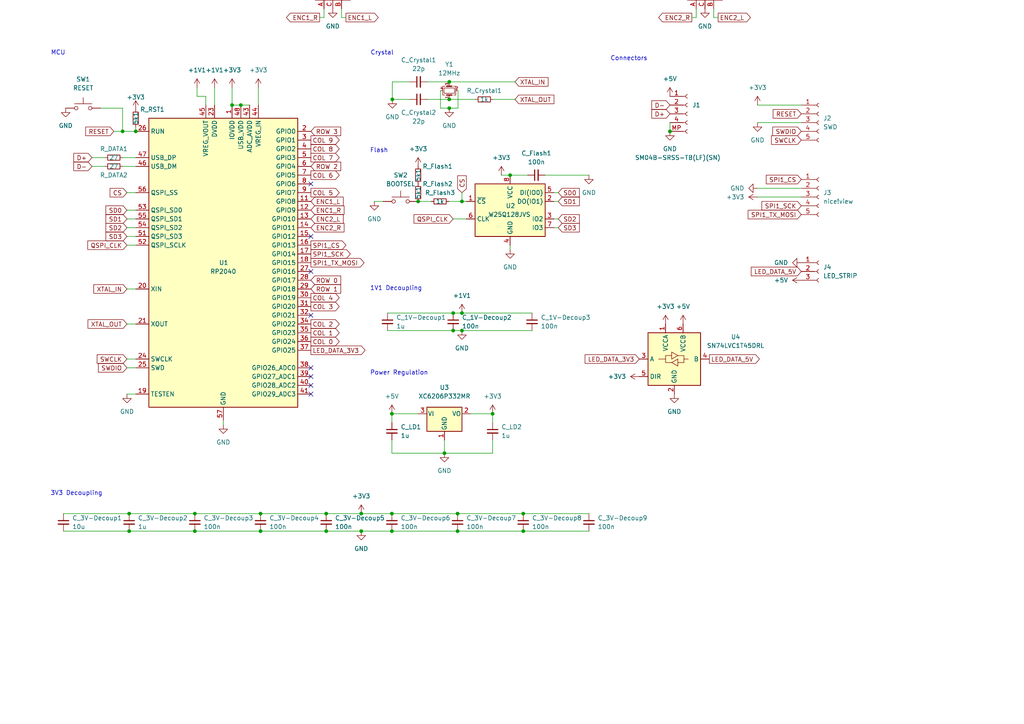
<source format=kicad_sch>
(kicad_sch (version 20250114) (generator "eeschema") (generator_version "9.0")
  (paper "A4")
  (text "Power Regulation\n" (at 107.315 108.966 0) (effects (font (size 1.27 1.27)) (justify left bottom)))
  (text "Flash" (at 107.315 44.45 0) (effects (font (size 1.27 1.27)) (justify left bottom)))
  (text "MCU" (at 14.732 16.129 0) (effects (font (size 1.27 1.27)) (justify left bottom)))
  (text "3V3 Decoupling" (at 14.605 143.891 0) (effects (font (size 1.27 1.27)) (justify left bottom)))
  (text "Connectors\n" (at 177.038 17.78 0) (effects (font (size 1.27 1.27)) (justify left bottom)))
  (text "1V1 Decoupling\n" (at 107.315 84.455 0) (effects (font (size 1.27 1.27)) (justify left bottom)))
  (text "Crystal\n" (at 107.442 16.129 0) (effects (font (size 1.27 1.27)) (justify left bottom)))
  (junction (at 132.715 148.971))
  (junction (at 113.665 148.971))
  (junction (at 67.31 30.48))
  (junction (at 118.11 -74.93))
  (junction (at 75.565 154.051))
  (junction (at 75.565 148.971))
  (junction (at 101.6 -67.31))
  (junction (at 166.37 -49.53))
  (junction (at 226.06 -39.37))
  (junction (at 37.465 148.971))
  (junction (at 133.985 58.42))
  (junction (at 101.6 -49.53))
  (junction (at 132.715 154.051))
  (junction (at 74.93 -57.15))
  (junction (at 161.29 -57.15))
  (junction (at 226.06 -74.93))
  (junction (at 252.73 -67.31))
  (junction (at 96.52 -74.93))
  (junction (at 182.88 -57.15))
  (junction (at 94.615 148.971))
  (junction (at 130.302 28.829))
  (junction (at 194.31 38.1))
  (junction (at 147.955 50.8))
  (junction (at 226.06 -21.59))
  (junction (at 209.55 -67.31))
  (junction (at 182.88 -39.37))
  (junction (at 151.765 154.051))
  (junction (at 204.47 -39.37))
  (junction (at 139.7 -39.37))
  (junction (at 209.55 -49.53))
  (junction (at 139.7 -74.93))
  (junction (at 166.37 -85.09))
  (junction (at 58.42 -49.53))
  (junction (at 104.775 154.051))
  (junction (at 209.55 -85.09))
  (junction (at 133.985 90.805))
  (junction (at 58.42 -85.09))
  (junction (at 69.85 30.48))
  (junction (at 142.875 120.015))
  (junction (at 113.665 120.015))
  (junction (at 101.6 -85.09))
  (junction (at 182.88 -74.93))
  (junction (at 56.515 148.971))
  (junction (at 74.93 -74.93))
  (junction (at 118.11 -57.15))
  (junction (at 204.47 -26.67))
  (junction (at 74.93 -21.59))
  (junction (at 104.775 148.971))
  (junction (at 123.19 -85.09))
  (junction (at 139.7 -57.15))
  (junction (at 35.56 38.1))
  (junction (at 118.11 -39.37))
  (junction (at 161.29 -39.37))
  (junction (at 130.302 31.369))
  (junction (at 252.73 -85.09))
  (junction (at 166.37 -67.31))
  (junction (at 139.7 -21.59))
  (junction (at 161.29 -74.93))
  (junction (at 96.52 -57.15))
  (junction (at 39.37 38.1))
  (junction (at 101.6 -31.75))
  (junction (at 131.445 95.885))
  (junction (at 96.52 -39.37))
  (junction (at 113.792 28.829))
  (junction (at 204.47 -21.59))
  (junction (at 187.96 -85.09))
  (junction (at 209.55 -31.75))
  (junction (at 204.47 -57.15))
  (junction (at 187.96 -67.31))
  (junction (at 231.14 -85.09))
  (junction (at 130.302 23.749))
  (junction (at 128.905 131.445))
  (junction (at 151.765 148.971))
  (junction (at 58.42 -67.31))
  (junction (at 144.78 -67.31))
  (junction (at 123.19 -67.31))
  (junction (at 231.14 -67.31))
  (junction (at 252.73 -49.53))
  (junction (at 53.34 -39.37))
  (junction (at 94.615 154.051))
  (junction (at 37.465 154.051))
  (junction (at 161.29 -21.59))
  (junction (at 204.47 -74.93))
  (junction (at 144.78 -85.09))
  (junction (at 133.985 95.885))
  (junction (at 113.665 154.051))
  (junction (at 121.285 58.42))
  (junction (at 96.52 -26.67))
  (junction (at 53.34 -21.59))
  (junction (at 80.01 -85.09))
  (junction (at 56.515 154.051))
  (junction (at 53.34 -74.93))
  (junction (at 231.14 -49.53))
  (junction (at 53.34 -57.15))
  (junction (at 226.06 -57.15))
  (junction (at 144.78 -49.53))
  (junction (at 131.445 90.805))
  (junction (at 96.52 -21.59))
  (junction (at 80.01 -67.31))
  (no_connect (at 90.17 91.44))
  (no_connect (at 90.17 68.58))
  (no_connect (at 90.17 106.68))
  (no_connect (at 90.17 109.22))
  (no_connect (at 90.17 78.74))
  (no_connect (at 90.17 53.34))
  (no_connect (at 90.17 111.76))
  (no_connect (at 90.17 114.3))
  (wire (pts (xy 132.842 31.369) (xy 130.302 31.369)))
  (wire (pts (xy 37.465 148.971) (xy 56.515 148.971)))
  (wire (pts (xy 252.73 -85.09) (xy 252.73 -67.31)))
  (wire (pts (xy 45.72 -57.15) (xy 53.34 -57.15)))
  (wire (pts (xy 53.34 -21.59) (xy 74.93 -21.59)))
  (wire (pts (xy 57.15 25.4) (xy 57.15 27.94)))
  (wire (pts (xy 182.88 -74.93) (xy 204.47 -74.93)))
  (wire (pts (xy 67.31 25.4) (xy 67.31 30.48)))
  (wire (pts (xy 80.01 -85.09) (xy 80.01 -67.31)))
  (wire (pts (xy 136.525 120.015) (xy 142.875 120.015)))
  (wire (pts (xy 18.415 148.971) (xy 37.465 148.971)))
  (wire (pts (xy 204.47 -57.15) (xy 226.06 -57.15)))
  (wire (pts (xy 127.762 31.369) (xy 130.302 31.369)))
  (wire (pts (xy 231.14 -49.53) (xy 231.14 -31.75)))
  (wire (pts (xy 118.11 -39.37) (xy 139.7 -39.37)))
  (wire (pts (xy 113.665 154.051) (xy 132.715 154.051)))
  (wire (pts (xy 219.71 57.15) (xy 232.41 57.15)))
  (wire (pts (xy 62.23 25.4) (xy 62.23 30.48)))
  (wire (pts (xy 26.67 48.26) (xy 30.48 48.26)))
  (wire (pts (xy 104.775 148.971) (xy 113.665 148.971)))
  (wire (pts (xy 113.792 23.749) (xy 113.792 28.829)))
  (wire (pts (xy 182.88 -57.15) (xy 204.47 -57.15)))
  (wire (pts (xy 161.29 -74.93) (xy 182.88 -74.93)))
  (wire (pts (xy 208.28 5.08) (xy 207.01 5.08)))
  (wire (pts (xy 130.302 28.829) (xy 137.922 28.829)))
  (wire (pts (xy 100.33 5.08) (xy 99.06 5.08)))
  (wire (pts (xy 187.96 -67.31) (xy 187.96 -49.53)))
  (wire (pts (xy 204.47 -74.93) (xy 226.06 -74.93)))
  (wire (pts (xy 144.78 -49.53) (xy 144.78 -31.75)))
  (wire (pts (xy 35.56 31.369) (xy 35.56 38.1)))
  (wire (pts (xy 74.93 -74.93) (xy 96.52 -74.93)))
  (wire (pts (xy 139.7 -57.15) (xy 161.29 -57.15)))
  (wire (pts (xy 147.955 50.8) (xy 153.035 50.8)))
  (wire (pts (xy 131.445 90.805) (xy 133.985 90.805)))
  (wire (pts (xy 18.415 154.051) (xy 37.465 154.051)))
  (wire (pts (xy 113.792 23.749) (xy 118.872 23.749)))
  (wire (pts (xy 123.19 -67.31) (xy 123.19 -49.53)))
  (wire (pts (xy 131.445 63.5) (xy 135.255 63.5)))
  (wire (pts (xy 147.955 71.12) (xy 147.955 72.39)))
  (wire (pts (xy 74.93 -57.15) (xy 96.52 -57.15)))
  (wire (pts (xy 36.83 71.12) (xy 39.37 71.12)))
  (wire (pts (xy 132.715 148.971) (xy 151.765 148.971)))
  (wire (pts (xy 133.985 90.805) (xy 154.305 90.805)))
  (wire (pts (xy 139.7 -21.59) (xy 161.29 -21.59)))
  (wire (pts (xy 231.14 -67.31) (xy 231.14 -49.53)))
  (wire (pts (xy 37.465 154.051) (xy 56.515 154.051)))
  (wire (pts (xy 94.615 148.971) (xy 104.775 148.971)))
  (wire (pts (xy 123.19 -85.09) (xy 123.19 -67.31)))
  (wire (pts (xy 75.565 148.971) (xy 94.615 148.971)))
  (wire (pts (xy 36.83 106.68) (xy 39.37 106.68)))
  (wire (pts (xy 113.665 120.015) (xy 121.285 120.015)))
  (wire (pts (xy 252.73 -67.31) (xy 252.73 -49.53)))
  (wire (pts (xy 45.72 -39.37) (xy 53.34 -39.37)))
  (wire (pts (xy 226.06 -21.59) (xy 247.65 -21.59)))
  (wire (pts (xy 204.47 -21.59) (xy 226.06 -21.59)))
  (wire (pts (xy 201.93 5.08) (xy 201.93 2.54)))
  (wire (pts (xy 36.83 55.88) (xy 39.37 55.88)))
  (wire (pts (xy 101.6 -67.31) (xy 101.6 -49.53)))
  (wire (pts (xy 80.01 -67.31) (xy 80.01 -31.75)))
  (wire (pts (xy 91.44 -12.7) (xy 91.44 -26.67)))
  (wire (pts (xy 226.06 -74.93) (xy 247.65 -74.93)))
  (wire (pts (xy 151.765 148.971) (xy 170.815 148.971)))
  (wire (pts (xy 36.83 83.82) (xy 39.37 83.82)))
  (wire (pts (xy 118.11 -74.93) (xy 139.7 -74.93)))
  (wire (pts (xy 200.66 5.08) (xy 201.93 5.08)))
  (wire (pts (xy 133.985 55.88) (xy 133.985 58.42)))
  (wire (pts (xy 45.72 -21.59) (xy 53.34 -21.59)))
  (wire (pts (xy 128.905 127.635) (xy 128.905 131.445)))
  (wire (pts (xy 123.952 23.749) (xy 130.302 23.749)))
  (wire (pts (xy 118.11 -57.15) (xy 139.7 -57.15)))
  (wire (pts (xy 104.775 154.051) (xy 113.665 154.051)))
  (wire (pts (xy 207.01 5.08) (xy 207.01 2.54)))
  (wire (pts (xy 35.56 48.26) (xy 39.37 48.26)))
  (wire (pts (xy 209.55 -91.44) (xy 209.55 -85.09)))
  (wire (pts (xy 123.19 -91.44) (xy 123.19 -85.09)))
  (wire (pts (xy 145.415 50.8) (xy 147.955 50.8)))
  (wire (pts (xy 58.42 -67.31) (xy 58.42 -49.53)))
  (wire (pts (xy 166.37 -67.31) (xy 166.37 -49.53)))
  (wire (pts (xy 142.875 122.555) (xy 142.875 120.015)))
  (wire (pts (xy 96.52 -57.15) (xy 118.11 -57.15)))
  (wire (pts (xy 58.42 -91.44) (xy 58.42 -85.09)))
  (wire (pts (xy 33.02 38.1) (xy 35.56 38.1)))
  (wire (pts (xy 199.39 -26.67) (xy 204.47 -26.67)))
  (wire (pts (xy 108.585 58.42) (xy 111.125 58.42)))
  (wire (pts (xy 182.88 -39.37) (xy 204.47 -39.37)))
  (wire (pts (xy 209.55 -85.09) (xy 209.55 -67.31)))
  (wire (pts (xy 139.7 -39.37) (xy 161.29 -39.37)))
  (wire (pts (xy 67.31 30.48) (xy 69.85 30.48)))
  (wire (pts (xy 121.285 58.42) (xy 125.095 58.42)))
  (wire (pts (xy 160.655 58.42) (xy 161.925 58.42)))
  (wire (pts (xy 75.565 154.051) (xy 94.615 154.051)))
  (wire (pts (xy 219.71 54.61) (xy 232.41 54.61)))
  (wire (pts (xy 187.96 -91.44) (xy 187.96 -85.09)))
  (wire (pts (xy 160.655 55.88) (xy 161.925 55.88)))
  (wire (pts (xy 58.42 -49.53) (xy 58.42 -31.75)))
  (wire (pts (xy 144.78 -91.44) (xy 144.78 -85.09)))
  (wire (pts (xy 94.615 154.051) (xy 104.775 154.051)))
  (wire (pts (xy 69.85 30.48) (xy 72.39 30.48)))
  (wire (pts (xy 144.78 -85.09) (xy 144.78 -67.31)))
  (wire (pts (xy 219.71 35.56) (xy 232.41 35.56)))
  (wire (pts (xy 35.56 45.72) (xy 39.37 45.72)))
  (wire (pts (xy 101.6 -12.7) (xy 99.06 -12.7)))
  (wire (pts (xy 209.55 -12.7) (xy 209.55 -31.75)))
  (wire (pts (xy 131.445 95.885) (xy 133.985 95.885)))
  (wire (pts (xy 207.01 -12.7) (xy 209.55 -12.7)))
  (wire (pts (xy 158.115 50.8) (xy 170.815 50.8)))
  (wire (pts (xy 130.302 23.749) (xy 149.352 23.749)))
  (wire (pts (xy 160.655 63.5) (xy 161.925 63.5)))
  (wire (pts (xy 209.55 -67.31) (xy 209.55 -49.53)))
  (wire (pts (xy 80.01 -91.44) (xy 80.01 -85.09)))
  (wire (pts (xy 45.72 -74.93) (xy 53.34 -74.93)))
  (wire (pts (xy 59.69 27.94) (xy 57.15 27.94)))
  (wire (pts (xy 53.34 -57.15) (xy 74.93 -57.15)))
  (wire (pts (xy 143.002 28.829) (xy 149.352 28.829)))
  (wire (pts (xy 204.47 -39.37) (xy 226.06 -39.37)))
  (wire (pts (xy 36.83 60.96) (xy 39.37 60.96)))
  (wire (pts (xy 226.06 -39.37) (xy 247.65 -39.37)))
  (wire (pts (xy 56.515 154.051) (xy 75.565 154.051)))
  (wire (pts (xy 91.44 -26.67) (xy 96.52 -26.67)))
  (wire (pts (xy 59.69 30.48) (xy 59.69 27.94)))
  (wire (pts (xy 161.29 -39.37) (xy 182.88 -39.37)))
  (wire (pts (xy 194.31 35.56) (xy 194.31 38.1)))
  (wire (pts (xy 36.83 114.3) (xy 39.37 114.3)))
  (wire (pts (xy 53.34 -74.93) (xy 74.93 -74.93)))
  (wire (pts (xy 133.985 58.42) (xy 135.255 58.42)))
  (wire (pts (xy 101.6 -12.7) (xy 101.6 -31.75)))
  (wire (pts (xy 36.83 66.04) (xy 39.37 66.04)))
  (wire (pts (xy 209.55 -49.53) (xy 209.55 -31.75)))
  (wire (pts (xy 96.52 -74.93) (xy 118.11 -74.93)))
  (wire (pts (xy 112.395 95.885) (xy 131.445 95.885)))
  (wire (pts (xy 166.37 -49.53) (xy 166.37 -31.75)))
  (wire (pts (xy 226.06 -57.15) (xy 247.65 -57.15)))
  (wire (pts (xy 252.73 -91.44) (xy 252.73 -85.09)))
  (wire (pts (xy 36.83 104.14) (xy 39.37 104.14)))
  (wire (pts (xy 142.875 127.635) (xy 142.875 131.445)))
  (wire (pts (xy 113.792 28.829) (xy 118.872 28.829)))
  (wire (pts (xy 127.762 26.289) (xy 127.762 31.369)))
  (wire (pts (xy 199.39 -12.7) (xy 201.93 -12.7)))
  (wire (pts (xy 112.395 90.805) (xy 131.445 90.805)))
  (wire (pts (xy 101.6 -49.53) (xy 101.6 -31.75)))
  (wire (pts (xy 36.83 68.58) (xy 39.37 68.58)))
  (wire (pts (xy 56.515 148.971) (xy 75.565 148.971)))
  (wire (pts (xy 93.98 5.08) (xy 93.98 2.54)))
  (wire (pts (xy 26.67 45.72) (xy 30.48 45.72)))
  (wire (pts (xy 101.6 -85.09) (xy 101.6 -67.31)))
  (wire (pts (xy 92.71 5.08) (xy 93.98 5.08)))
  (wire (pts (xy 113.665 127.635) (xy 113.665 131.445)))
  (wire (pts (xy 139.7 -74.93) (xy 161.29 -74.93)))
  (wire (pts (xy 91.44 -12.7) (xy 93.98 -12.7)))
  (wire (pts (xy 231.14 -91.44) (xy 231.14 -85.09)))
  (wire (pts (xy 35.56 38.1) (xy 39.37 38.1)))
  (wire (pts (xy 132.842 26.289) (xy 132.842 31.369)))
  (wire (pts (xy 187.96 -85.09) (xy 187.96 -67.31)))
  (wire (pts (xy 96.52 -39.37) (xy 118.11 -39.37)))
  (wire (pts (xy 128.905 131.445) (xy 142.875 131.445)))
  (wire (pts (xy 219.71 30.48) (xy 232.41 30.48)))
  (wire (pts (xy 58.42 -85.09) (xy 58.42 -67.31)))
  (wire (pts (xy 101.6 -91.44) (xy 101.6 -85.09)))
  (wire (pts (xy 74.93 -21.59) (xy 96.52 -21.59)))
  (wire (pts (xy 53.34 -39.37) (xy 96.52 -39.37)))
  (wire (pts (xy 133.985 95.885) (xy 154.305 95.885)))
  (wire (pts (xy 113.665 148.971) (xy 132.715 148.971)))
  (wire (pts (xy 166.37 -91.44) (xy 166.37 -85.09)))
  (wire (pts (xy 130.175 58.42) (xy 133.985 58.42)))
  (wire (pts (xy 113.665 120.015) (xy 113.665 122.555)))
  (wire (pts (xy 36.83 93.98) (xy 39.37 93.98)))
  (wire (pts (xy 252.73 -49.53) (xy 252.73 -31.75)))
  (wire (pts (xy 151.765 154.051) (xy 170.815 154.051)))
  (wire (pts (xy 96.52 -21.59) (xy 139.7 -21.59)))
  (wire (pts (xy 231.14 -85.09) (xy 231.14 -67.31)))
  (wire (pts (xy 74.93 25.4) (xy 74.93 30.48)))
  (wire (pts (xy 144.78 -67.31) (xy 144.78 -49.53)))
  (wire (pts (xy 29.21 31.369) (xy 35.56 31.369)))
  (wire (pts (xy 99.06 5.08) (xy 99.06 2.54)))
  (wire (pts (xy 161.29 -57.15) (xy 182.88 -57.15)))
  (wire (pts (xy 36.83 63.5) (xy 39.37 63.5)))
  (wire (pts (xy 199.39 -12.7) (xy 199.39 -26.67)))
  (wire (pts (xy 160.655 66.04) (xy 161.925 66.04)))
  (wire (pts (xy 113.665 131.445) (xy 128.905 131.445)))
  (wire (pts (xy 161.29 -21.59) (xy 204.47 -21.59)))
  (wire (pts (xy 166.37 -85.09) (xy 166.37 -67.31)))
  (wire (pts (xy 64.77 121.92) (xy 64.77 123.19)))
  (wire (pts (xy 123.952 28.829) (xy 130.302 28.829)))
  (wire (pts (xy 39.37 36.83) (xy 39.37 38.1)))
  (wire (pts (xy 132.715 154.051) (xy 151.765 154.051)))
  (global_label "SWDIO" (shape input) (at 36.83 106.68 180) (property "Intersheetrefs" "${INTERSHEET_REFS}" (effects (hide yes))))
  (global_label "COL 2" (shape input) (at 101.6 -91.44 90) (property "Intersheetrefs" "${INTERSHEET_REFS}" (effects (hide yes))))
  (global_label "XTAL_IN" (shape input) (at 36.83 83.82 180) (property "Intersheetrefs" "${INTERSHEET_REFS}" (effects (hide yes))))
  (global_label "COL 0" (shape input) (at 58.42 -91.44 90) (property "Intersheetrefs" "${INTERSHEET_REFS}" (effects (hide yes))))
  (global_label "ENC2_R" (shape output) (at 200.66 5.08 180) (property "Intersheetrefs" "${INTERSHEET_REFS}" (effects (hide yes))))
  (global_label "QSPI_CLK" (shape input) (at 36.83 71.12 180) (property "Intersheetrefs" "${INTERSHEET_REFS}" (effects (hide yes))))
  (global_label "ENC1_L" (shape input) (at 90.17 58.42 0) (property "Intersheetrefs" "${INTERSHEET_REFS}" (effects (hide yes))))
  (global_label "ROW 2" (shape input) (at 90.17 48.26 0) (property "Intersheetrefs" "${INTERSHEET_REFS}" (effects (hide yes))))
  (global_label "SWDIO" (shape input) (at 232.41 38.1 180) (property "Intersheetrefs" "${INTERSHEET_REFS}" (effects (hide yes))))
  (global_label "LED_DATA_3V3" (shape output) (at 90.17 101.6 0) (property "Intersheetrefs" "${INTERSHEET_REFS}" (effects (hide yes))))
  (global_label "COL 6" (shape output) (at 90.17 50.8 0) (property "Intersheetrefs" "${INTERSHEET_REFS}" (effects (hide yes))))
  (global_label "SWCLK" (shape input) (at 232.41 40.64 180) (property "Intersheetrefs" "${INTERSHEET_REFS}" (effects (hide yes))))
  (global_label "D-" (shape input) (at 194.31 30.48 180) (property "Intersheetrefs" "${INTERSHEET_REFS}" (effects (hide yes))))
  (global_label "LED_DATA_3V3" (shape input) (at 185.42 104.14 180) (property "Intersheetrefs" "${INTERSHEET_REFS}" (effects (hide yes))))
  (global_label "COL 3" (shape input) (at 123.19 -91.44 90) (property "Intersheetrefs" "${INTERSHEET_REFS}" (effects (hide yes))))
  (global_label "COL 4" (shape output) (at 90.17 86.36 0) (property "Intersheetrefs" "${INTERSHEET_REFS}" (effects (hide yes))))
  (global_label "ENC2_L" (shape input) (at 90.17 63.5 0) (property "Intersheetrefs" "${INTERSHEET_REFS}" (effects (hide yes))))
  (global_label "SD1" (shape input) (at 161.925 58.42 0) (property "Intersheetrefs" "${INTERSHEET_REFS}" (effects (hide yes))))
  (global_label "D+" (shape input) (at 26.67 45.72 180) (property "Intersheetrefs" "${INTERSHEET_REFS}" (effects (hide yes))))
  (global_label "SD0" (shape input) (at 161.925 55.88 0) (property "Intersheetrefs" "${INTERSHEET_REFS}" (effects (hide yes))))
  (global_label "COL 3" (shape output) (at 90.17 88.9 0) (property "Intersheetrefs" "${INTERSHEET_REFS}" (effects (hide yes))))
  (global_label "SD3" (shape input) (at 161.925 66.04 0) (property "Intersheetrefs" "${INTERSHEET_REFS}" (effects (hide yes))))
  (global_label "SPI1_TX_MOSI" (shape input) (at 232.41 62.23 180) (property "Intersheetrefs" "${INTERSHEET_REFS}" (effects (hide yes))))
  (global_label "COL 4" (shape input) (at 144.78 -91.44 90) (property "Intersheetrefs" "${INTERSHEET_REFS}" (effects (hide yes))))
  (global_label "SWCLK" (shape input) (at 36.83 104.14 180) (property "Intersheetrefs" "${INTERSHEET_REFS}" (effects (hide yes))))
  (global_label "RESET" (shape input) (at 33.02 38.1 180) (property "Intersheetrefs" "${INTERSHEET_REFS}" (effects (hide yes))))
  (global_label "SD3" (shape input) (at 36.83 68.58 180) (property "Intersheetrefs" "${INTERSHEET_REFS}" (effects (hide yes))))
  (global_label "COL 1" (shape input) (at 80.01 -91.44 90) (property "Intersheetrefs" "${INTERSHEET_REFS}" (effects (hide yes))))
  (global_label "ENC2_L" (shape output) (at 208.28 5.08 0) (property "Intersheetrefs" "${INTERSHEET_REFS}" (effects (hide yes))))
  (global_label "COL 6" (shape input) (at 187.96 -91.44 90) (property "Intersheetrefs" "${INTERSHEET_REFS}" (effects (hide yes))))
  (global_label "LED_DATA_5V" (shape output) (at 205.74 104.14 0) (property "Intersheetrefs" "${INTERSHEET_REFS}" (effects (hide yes))))
  (global_label "ROW 0" (shape output) (at 45.72 -74.93 180) (property "Intersheetrefs" "${INTERSHEET_REFS}" (effects (hide yes))))
  (global_label "XTAL_OUT" (shape input) (at 36.83 93.98 180) (property "Intersheetrefs" "${INTERSHEET_REFS}" (effects (hide yes))))
  (global_label "SD1" (shape input) (at 36.83 63.5 180) (property "Intersheetrefs" "${INTERSHEET_REFS}" (effects (hide yes))))
  (global_label "ROW 2" (shape output) (at 45.72 -39.37 180) (property "Intersheetrefs" "${INTERSHEET_REFS}" (effects (hide yes))))
  (global_label "ROW 1" (shape input) (at 90.17 83.82 0) (property "Intersheetrefs" "${INTERSHEET_REFS}" (effects (hide yes))))
  (global_label "SD0" (shape input) (at 36.83 60.96 180) (property "Intersheetrefs" "${INTERSHEET_REFS}" (effects (hide yes))))
  (global_label "COL 5" (shape input) (at 166.37 -91.44 90) (property "Intersheetrefs" "${INTERSHEET_REFS}" (effects (hide yes))))
  (global_label "ENC1_R" (shape output) (at 92.71 5.08 180) (property "Intersheetrefs" "${INTERSHEET_REFS}" (effects (hide yes))))
  (global_label "COL 8" (shape input) (at 231.14 -91.44 90) (property "Intersheetrefs" "${INTERSHEET_REFS}" (effects (hide yes))))
  (global_label "D+" (shape input) (at 194.31 33.02 180) (property "Intersheetrefs" "${INTERSHEET_REFS}" (effects (hide yes))))
  (global_label "COL 9" (shape output) (at 90.17 40.64 0) (property "Intersheetrefs" "${INTERSHEET_REFS}" (effects (hide yes))))
  (global_label "ROW 0" (shape input) (at 90.17 81.28 0) (property "Intersheetrefs" "${INTERSHEET_REFS}" (effects (hide yes))))
  (global_label "COL 7" (shape input) (at 209.55 -91.44 90) (property "Intersheetrefs" "${INTERSHEET_REFS}" (effects (hide yes))))
  (global_label "SPI1_CS" (shape output) (at 90.17 71.12 0) (property "Intersheetrefs" "${INTERSHEET_REFS}" (effects (hide yes))))
  (global_label "ROW 3" (shape input) (at 90.17 38.1 0) (property "Intersheetrefs" "${INTERSHEET_REFS}" (effects (hide yes))))
  (global_label "LED_DATA_5V" (shape input) (at 232.41 78.74 180) (property "Intersheetrefs" "${INTERSHEET_REFS}" (effects (hide yes))))
  (global_label "COL 8" (shape output) (at 90.17 43.18 0) (property "Intersheetrefs" "${INTERSHEET_REFS}" (effects (hide yes))))
  (global_label "SPI1_SCK" (shape output) (at 90.17 73.66 0) (property "Intersheetrefs" "${INTERSHEET_REFS}" (effects (hide yes))))
  (global_label "SPI1_SCK" (shape input) (at 232.41 59.69 180) (property "Intersheetrefs" "${INTERSHEET_REFS}" (effects (hide yes))))
  (global_label "COL 1" (shape output) (at 90.17 96.52 0) (property "Intersheetrefs" "${INTERSHEET_REFS}" (effects (hide yes))))
  (global_label "COL 2" (shape output) (at 90.17 93.98 0) (property "Intersheetrefs" "${INTERSHEET_REFS}" (effects (hide yes))))
  (global_label "XTAL_IN" (shape input) (at 149.352 23.749 0) (property "Intersheetrefs" "${INTERSHEET_REFS}" (effects (hide yes))))
  (global_label "COL 0" (shape output) (at 90.17 99.06 0) (property "Intersheetrefs" "${INTERSHEET_REFS}" (effects (hide yes))))
  (global_label "SD2" (shape input) (at 161.925 63.5 0) (property "Intersheetrefs" "${INTERSHEET_REFS}" (effects (hide yes))))
  (global_label "ENC2_R" (shape input) (at 90.17 66.04 0) (property "Intersheetrefs" "${INTERSHEET_REFS}" (effects (hide yes))))
  (global_label "ROW 3" (shape output) (at 45.72 -21.59 180) (property "Intersheetrefs" "${INTERSHEET_REFS}" (effects (hide yes))))
  (global_label "ENC1_R" (shape input) (at 90.17 60.96 0) (property "Intersheetrefs" "${INTERSHEET_REFS}" (effects (hide yes))))
  (global_label "SPI1_CS" (shape input) (at 232.41 52.07 180) (property "Intersheetrefs" "${INTERSHEET_REFS}" (effects (hide yes))))
  (global_label "RESET" (shape input) (at 232.41 33.02 180) (property "Intersheetrefs" "${INTERSHEET_REFS}" (effects (hide yes))))
  (global_label "QSPI_CLK" (shape input) (at 131.445 63.5 180) (property "Intersheetrefs" "${INTERSHEET_REFS}" (effects (hide yes))))
  (global_label "D-" (shape input) (at 26.67 48.26 180) (property "Intersheetrefs" "${INTERSHEET_REFS}" (effects (hide yes))))
  (global_label "SD2" (shape input) (at 36.83 66.04 180) (property "Intersheetrefs" "${INTERSHEET_REFS}" (effects (hide yes))))
  (global_label "SPI1_TX_MOSI" (shape output) (at 90.17 76.2 0) (property "Intersheetrefs" "${INTERSHEET_REFS}" (effects (hide yes))))
  (global_label "CS" (shape input) (at 36.83 55.88 180) (property "Intersheetrefs" "${INTERSHEET_REFS}" (effects (hide yes))))
  (global_label "COL 7" (shape output) (at 90.17 45.72 0) (property "Intersheetrefs" "${INTERSHEET_REFS}" (effects (hide yes))))
  (global_label "XTAL_OUT" (shape input) (at 149.352 28.829 0) (property "Intersheetrefs" "${INTERSHEET_REFS}" (effects (hide yes))))
  (global_label "CS" (shape input) (at 133.985 55.88 90) (property "Intersheetrefs" "${INTERSHEET_REFS}" (effects (hide yes))))
  (global_label "COL 5" (shape output) (at 90.17 55.88 0) (property "Intersheetrefs" "${INTERSHEET_REFS}" (effects (hide yes))))
  (global_label "COL 9" (shape input) (at 252.73 -91.44 90) (property "Intersheetrefs" "${INTERSHEET_REFS}" (effects (hide yes))))
  (global_label "ROW 1" (shape output) (at 45.72 -57.15 180) (property "Intersheetrefs" "${INTERSHEET_REFS}" (effects (hide yes))))
  (global_label "ENC1_L" (shape output) (at 100.33 5.08 0) (property "Intersheetrefs" "${INTERSHEET_REFS}" (effects (hide yes))))
  (symbol (lib_id "MX_Alps_Hybrid:MX-NoLED") (at 162.56 -48.26 0) (unit 1)
    (property "Reference" "MX24" (at 163.3982 -53.9242 0) (effects (font (size 1.524 1.524))))
    (property "Value" "MX-NoLED" (at 163.3982 -52.0446 0) (effects (font (size 0.508 0.508))))
    (property "Footprint" "PCM_marbastlib-mx:SW_MX_HS_CPG151101S11_1u" (effects (hide yes)))
  )
  (symbol (lib_id "Device:C_Small") (at 112.395 93.345 0) (unit 1)
    (property "Reference" "C_1V-Decoup1" (at 114.935 92.0812 0) (effects (justify left)))
    (property "Value" "1u" (at 114.935 94.6212 0) (effects (justify left)))
    (property "Footprint" "Capacitor_SMD:C_0402_1005Metric" (effects (hide yes)))
  )
  (symbol (lib_id "Device:D_Small") (at 53.34 -77.47 90) (unit 1)
    (property "Reference" "D1" (at 55.88 -78.74 90) (effects (justify right)))
    (property "Value" "1N4148W" (at 55.88 -76.2 90) (effects (justify right)))
    (property "Footprint" "Diode_SMD:D_SOD-123" (effects (hide yes)))
  )
  (symbol (lib_id "power:GND") (at 108.585 58.42 0) (unit 1)
    (property "Reference" "#PWR09" (effects (hide yes)))
    (property "Value" "GND" (at 108.585 63.5 0))
  )
  (symbol (lib_id "Device:D_Small") (at 139.7 -59.69 90) (unit 1)
    (property "Reference" "D15" (at 142.24 -60.96 90) (effects (justify right)))
    (property "Value" "1N4148W" (at 142.24 -58.42 90) (effects (justify right)))
    (property "Footprint" "Diode_SMD:D_SOD-123" (effects (hide yes)))
  )
  (symbol (lib_id "Device:D_Small") (at 226.06 -24.13 90) (unit 1)
    (property "Reference" "D35" (at 228.6 -25.4 90) (effects (justify right)))
    (property "Value" "1N4148W" (at 228.6 -22.86 90) (effects (justify right)))
    (property "Footprint" "Diode_SMD:D_SOD-123" (effects (hide yes)))
  )
  (symbol (lib_id "Device:C_Small") (at 121.412 23.749 90) (unit 1)
    (property "Reference" "C_Crystal1" (at 121.4183 17.399 90))
    (property "Value" "22p" (at 121.4183 19.939 90))
    (property "Footprint" "Capacitor_SMD:C_0402_1005Metric" (effects (hide yes)))
  )
  (symbol (lib_id "MX_Alps_Hybrid:MX-NoLED") (at 227.33 -83.82 0) (unit 1)
    (property "Reference" "MX9" (at 228.1682 -89.4842 0) (effects (font (size 1.524 1.524))))
    (property "Value" "MX-NoLED" (at 228.1682 -87.6046 0) (effects (font (size 0.508 0.508))))
    (property "Footprint" "PCM_marbastlib-mx:SW_MX_HS_CPG151101S11_1u" (effects (hide yes)))
  )
  (symbol (lib_id "MX_Alps_Hybrid:MX-NoLED") (at 205.74 -83.82 0) (unit 1)
    (property "Reference" "MX8" (at 206.5782 -89.4842 0) (effects (font (size 1.524 1.524))))
    (property "Value" "MX-NoLED" (at 206.5782 -87.6046 0) (effects (font (size 0.508 0.508))))
    (property "Footprint" "PCM_marbastlib-mx:SW_MX_HS_CPG151101S11_1u" (effects (hide yes)))
  )
  (symbol (lib_id "power:+1V1") (at 133.985 90.805 0) (unit 1)
    (property "Reference" "#PWR013" (effects (hide yes)))
    (property "Value" "+1V1" (at 133.985 85.725 0))
  )
  (symbol (lib_id "power:+5V") (at 198.12 93.98 0) (unit 1)
    (property "Reference" "#PWR034" (effects (hide yes)))
    (property "Value" "+5V" (at 198.12 88.9 0))
  )
  (symbol (lib_id "Device:D_Small") (at 139.7 -24.13 90) (unit 1)
    (property "Reference" "D32" (at 142.24 -25.4 90) (effects (justify right)))
    (property "Value" "1N4148W" (at 142.24 -22.86 90) (effects (justify right)))
    (property "Footprint" "Diode_SMD:D_SOD-123" (effects (hide yes)))
  )
  (symbol (lib_id "Device:D_Small") (at 204.47 -59.69 90) (unit 1)
    (property "Reference" "D18" (at 207.01 -60.96 90) (effects (justify right)))
    (property "Value" "1N4148W" (at 207.01 -58.42 90) (effects (justify right)))
    (property "Footprint" "Diode_SMD:D_SOD-123" (effects (hide yes)))
  )
  (symbol (lib_id "Device:C_Small") (at 154.305 93.345 0) (unit 1)
    (property "Reference" "C_1V-Decoup3" (at 156.845 92.0813 0) (effects (justify left)))
    (property "Value" "100n" (at 156.845 94.6213 0) (effects (justify left)))
    (property "Footprint" "Capacitor_SMD:C_0402_1005Metric" (effects (hide yes)))
  )
  (symbol (lib_id "power:+3V3") (at 39.37 31.75 0) (unit 1)
    (property "Reference" "#PWR03" (effects (hide yes)))
    (property "Value" "+3V3" (at 39.37 28.194 0))
  )
  (symbol (lib_id "MX_Alps_Hybrid:MX-NoLED") (at 119.38 -83.82 0) (unit 1)
    (property "Reference" "MX4" (at 120.2182 -89.4842 0) (effects (font (size 1.524 1.524))))
    (property "Value" "MX-NoLED" (at 120.2182 -87.6046 0) (effects (font (size 0.508 0.508))))
    (property "Footprint" "PCM_marbastlib-mx:SW_MX_HS_CPG151101S11_1u" (effects (hide yes)))
  )
  (symbol (lib_id "MX_Alps_Hybrid:MX-NoLED") (at 54.61 -30.48 0) (unit 1)
    (property "Reference" "MX29" (at 55.4482 -36.1442 0) (effects (font (size 1.524 1.524))))
    (property "Value" "MX-NoLED" (at 55.4482 -34.2646 0) (effects (font (size 0.508 0.508))))
    (property "Footprint" "PCM_marbastlib-mx:SW_MX_HS_CPG151101S11_1u" (effects (hide yes)))
  )
  (symbol (lib_id "Device:D_Small") (at 204.47 -24.13 90) (unit 1)
    (property "Reference" "D34" (at 207.01 -25.4 90) (effects (justify right)))
    (property "Value" "1N4148W" (at 207.01 -22.86 90) (effects (justify right)))
    (property "Footprint" "Diode_SMD:D_SOD-123" (effects (hide yes)))
  )
  (symbol (lib_id "Connector:Conn_01x03_Socket") (at 237.49 78.74 0) (unit 1)
    (property "Reference" "J4" (at 238.76 77.4699 0) (effects (justify left)))
    (property "Value" "LED_STRIP" (at 238.76 80.0099 0) (effects (justify left)))
    (property "Footprint" "Connector_PinHeader_2.54mm:PinHeader_1x03_P2.54mm_Vertical" (effects (hide yes)))
    (property "Description" "Generic connector, single row, 01x03, script generated" (effects (hide yes)))
  )
  (symbol (lib_id "Connector:Conn_01x05_Female") (at 237.49 35.56 0) (unit 1) (in_bom no)
    (property "Reference" "J2" (at 238.76 34.2899 0) (effects (justify left)))
    (property "Value" "SWD" (at 238.76 36.8299 0) (effects (justify left)))
    (property "Footprint" "Connector_PinHeader_2.54mm:PinHeader_1x05_P2.54mm_Vertical" (effects (hide yes)))
  )
  (symbol (lib_id "Device:D_Small") (at 161.29 -24.13 90) (unit 1)
    (property "Reference" "D33" (at 163.83 -25.4 90) (effects (justify right)))
    (property "Value" "1N4148W" (at 163.83 -22.86 90) (effects (justify right)))
    (property "Footprint" "Diode_SMD:D_SOD-123" (effects (hide yes)))
  )
  (symbol (lib_id "Device:R_Small") (at 140.462 28.829 90) (unit 1)
    (property "Reference" "R_Crystal1" (at 140.462 26.289 90))
    (property "Value" "1k" (at 140.462 28.829 90))
    (property "Footprint" "Resistor_SMD:R_0402_1005Metric" (effects (hide yes)))
  )
  (symbol (lib_id "MX_Alps_Hybrid:MX-NoLED") (at 162.56 -83.82 0) (unit 1)
    (property "Reference" "MX6" (at 163.3982 -89.4842 0) (effects (font (size 1.524 1.524))))
    (property "Value" "MX-NoLED" (at 163.3982 -87.6046 0) (effects (font (size 0.508 0.508))))
    (property "Footprint" "PCM_marbastlib-mx:SW_MX_HS_CPG151101S11_1u" (effects (hide yes)))
  )
  (symbol (lib_id "Device:D_Small") (at 204.47 -41.91 90) (unit 1)
    (property "Reference" "D26" (at 207.01 -43.18 90) (effects (justify right)))
    (property "Value" "1N4148W" (at 207.01 -40.64 90) (effects (justify right)))
    (property "Footprint" "Diode_SMD:D_SOD-123" (effects (hide yes)))
  )
  (symbol (lib_id "power:GND") (at 195.58 114.3 0) (unit 1)
    (property "Reference" "#PWR032" (effects (hide yes)))
    (property "Value" "GND" (at 195.58 119.38 0))
  )
  (symbol (lib_id "Device:D_Small") (at 96.52 -59.69 90) (unit 1)
    (property "Reference" "D13" (at 99.06 -60.96 90) (effects (justify right)))
    (property "Value" "1N4148W" (at 99.06 -58.42 90) (effects (justify right)))
    (property "Footprint" "Diode_SMD:D_SOD-123" (effects (hide yes)))
  )
  (symbol (lib_id "Device:R_Small") (at 33.02 45.72 90) (unit 1)
    (property "Reference" "R_DATA1" (at 33.02 43.18 90))
    (property "Value" "27" (at 33.02 45.72 90))
    (property "Footprint" "Resistor_SMD:R_0402_1005Metric" (effects (hide yes)))
  )
  (symbol (lib_id "Device:R_Small") (at 121.285 50.8 0) (unit 1)
    (property "Reference" "R_Flash1" (at 122.555 48.26 0) (effects (justify left)))
    (property "Value" "5k1" (at 121.285 50.8 90))
    (property "Footprint" "Resistor_SMD:R_0402_1005Metric" (effects (hide yes)))
  )
  (symbol (lib_id "MX_Alps_Hybrid:MX-NoLED") (at 54.61 -48.26 0) (unit 1)
    (property "Reference" "MX20" (at 55.4482 -53.9242 0) (effects (font (size 1.524 1.524))))
    (property "Value" "MX-NoLED" (at 55.4482 -52.0446 0) (effects (font (size 0.508 0.508))))
    (property "Footprint" "PCM_marbastlib-mx:SW_MX_HS_CPG151101S11_1.5u" (effects (hide yes)))
  )
  (symbol (lib_id "power:+1V1") (at 57.15 25.4 0) (unit 1)
    (property "Reference" "#PWR04" (effects (hide yes)))
    (property "Value" "+1V1" (at 57.15 20.32 0))
  )
  (symbol (lib_id "Device:D_Small") (at 74.93 -77.47 90) (unit 1)
    (property "Reference" "D2" (at 77.47 -78.74 90) (effects (justify right)))
    (property "Value" "1N4148W" (at 77.47 -76.2 90) (effects (justify right)))
    (property "Footprint" "Diode_SMD:D_SOD-123" (effects (hide yes)))
  )
  (symbol (lib_id "Device:D_Small") (at 74.93 -24.13 90) (unit 1)
    (property "Reference" "D30" (at 77.47 -25.4 90) (effects (justify right)))
    (property "Value" "1N4148W" (at 77.47 -22.86 90) (effects (justify right)))
    (property "Footprint" "Diode_SMD:D_SOD-123" (effects (hide yes)))
  )
  (symbol (lib_id "MX_Alps_Hybrid:MX-NoLED") (at 248.92 -30.48 0) (unit 1)
    (property "Reference" "MX36" (at 249.7582 -36.1442 0) (effects (font (size 1.524 1.524))))
    (property "Value" "MX-NoLED" (at 249.7582 -34.2646 0) (effects (font (size 0.508 0.508))))
    (property "Footprint" "PCM_marbastlib-mx:SW_MX_HS_CPG151101S11_1u" (effects (hide yes)))
  )
  (symbol (lib_id "Device:D_Small") (at 96.52 -77.47 90) (unit 1)
    (property "Reference" "D3" (at 99.06 -78.74 90) (effects (justify right)))
    (property "Value" "1N4148W" (at 99.06 -76.2 90) (effects (justify right)))
    (property "Footprint" "Diode_SMD:D_SOD-123" (effects (hide yes)))
  )
  (symbol (lib_id "power:GND") (at 130.302 31.369 0) (unit 1)
    (property "Reference" "#PWR012" (effects (hide yes)))
    (property "Value" "GND" (at 130.302 36.449 0))
  )
  (symbol (lib_id "Device:C_Small") (at 113.665 151.511 0) (unit 1)
    (property "Reference" "C_3V-Decoup6" (at 116.205 150.2473 0) (effects (justify left)))
    (property "Value" "100n" (at 116.205 152.7873 0) (effects (justify left)))
    (property "Footprint" "Capacitor_SMD:C_0402_1005Metric" (effects (hide yes)))
  )
  (symbol (lib_id "Device:D_Small") (at 226.06 -41.91 90) (unit 1)
    (property "Reference" "D27" (at 228.6 -43.18 90) (effects (justify right)))
    (property "Value" "1N4148W" (at 228.6 -40.64 90) (effects (justify right)))
    (property "Footprint" "Diode_SMD:D_SOD-123" (effects (hide yes)))
  )
  (symbol (lib_id "power:+3V3") (at 104.775 148.971 0) (unit 1)
    (property "Reference" "#PWR021" (effects (hide yes)))
    (property "Value" "+3V3" (at 104.775 143.891 0))
  )
  (symbol (lib_id "Device:C_Small") (at 131.445 93.345 0) (unit 1)
    (property "Reference" "C_1V-Decoup2" (at 133.985 92.0813 0) (effects (justify left)))
    (property "Value" "100n" (at 133.985 94.6213 0) (effects (justify left)))
    (property "Footprint" "Capacitor_SMD:C_0402_1005Metric" (effects (hide yes)))
  )
  (symbol (lib_id "power:GND") (at 133.985 95.885 0) (unit 1)
    (property "Reference" "#PWR014" (effects (hide yes)))
    (property "Value" "GND" (at 133.985 100.965 0))
  )
  (symbol (lib_id "power:+1V1") (at 62.23 25.4 0) (unit 1)
    (property "Reference" "#PWR05" (effects (hide yes)))
    (property "Value" "+1V1" (at 62.23 20.32 0))
  )
  (symbol (lib_id "Device:C_Small") (at 113.665 125.095 0) (unit 1)
    (property "Reference" "C_LD1" (at 116.205 123.8312 0) (effects (justify left)))
    (property "Value" "1u" (at 116.205 126.3712 0) (effects (justify left)))
    (property "Footprint" "Capacitor_SMD:C_0402_1005Metric" (effects (hide yes)))
  )
  (symbol (lib_id "Device:D_Small") (at 118.11 -59.69 90) (unit 1)
    (property "Reference" "D14" (at 120.65 -60.96 90) (effects (justify right)))
    (property "Value" "1N4148W" (at 120.65 -58.42 90) (effects (justify right)))
    (property "Footprint" "Diode_SMD:D_SOD-123" (effects (hide yes)))
  )
  (symbol (lib_id "power:+3V3") (at 142.875 120.015 0) (unit 1)
    (property "Reference" "#PWR026" (effects (hide yes)))
    (property "Value" "+3V3" (at 142.875 114.935 0))
  )
  (symbol (lib_id "Device:D_Small") (at 226.06 -59.69 90) (unit 1)
    (property "Reference" "D37" (at 228.6 -60.96 90) (effects (justify right)))
    (property "Value" "1N4148W" (at 228.6 -58.42 90) (effects (justify right)))
    (property "Footprint" "Diode_SMD:D_SOD-123" (effects (hide yes)))
  )
  (symbol (lib_id "power:GND") (at 147.955 72.39 0) (unit 1)
    (property "Reference" "#PWR016" (effects (hide yes)))
    (property "Value" "GND" (at 147.955 77.47 0))
  )
  (symbol (lib_id "Device:R_Small") (at 121.285 55.88 0) (unit 1)
    (property "Reference" "R_Flash2" (at 122.555 53.34 0) (effects (justify left)))
    (property "Value" "5k1" (at 121.285 55.88 90))
    (property "Footprint" "Resistor_SMD:R_0402_1005Metric" (effects (hide yes)))
  )
  (symbol (lib_id "power:+3V3") (at 67.31 25.4 0) (unit 1)
    (property "Reference" "#PWR07" (effects (hide yes)))
    (property "Value" "+3V3" (at 67.31 20.32 0))
  )
  (symbol (lib_id "Device:R_Small") (at 39.37 34.29 0) (unit 1)
    (property "Reference" "R_RST1" (at 40.64 31.75 0) (effects (justify left)))
    (property "Value" "5k1" (at 39.37 34.29 90))
    (property "Footprint" "Resistor_SMD:R_0402_1005Metric" (effects (hide yes)))
  )
  (symbol (lib_id "Device:D_Small") (at 118.11 -41.91 90) (unit 1)
    (property "Reference" "D22" (at 120.65 -43.18 90) (effects (justify right)))
    (property "Value" "1N4148W" (at 120.65 -40.64 90) (effects (justify right)))
    (property "Footprint" "Diode_SMD:D_SOD-123" (effects (hide yes)))
  )
  (symbol (lib_id "Device:D_Small") (at 182.88 -59.69 90) (unit 1)
    (property "Reference" "D17" (at 185.42 -60.96 90) (effects (justify right)))
    (property "Value" "1N4148W" (at 185.42 -58.42 90) (effects (justify right)))
    (property "Footprint" "Diode_SMD:D_SOD-123" (effects (hide yes)))
  )
  (symbol (lib_id "MX_Alps_Hybrid:MX-NoLED") (at 205.74 -48.26 0) (unit 1)
    (property "Reference" "MX26" (at 206.5782 -53.9242 0) (effects (font (size 1.524 1.524))))
    (property "Value" "MX-NoLED" (at 206.5782 -52.0446 0) (effects (font (size 0.508 0.508))))
    (property "Footprint" "PCM_marbastlib-mx:SW_MX_HS_CPG151101S11_1u" (effects (hide yes)))
  )
  (symbol (lib_id "MX_Alps_Hybrid:MX-NoLED") (at 97.79 -83.82 0) (unit 1)
    (property "Reference" "MX3" (at 98.6282 -89.4842 0) (effects (font (size 1.524 1.524))))
    (property "Value" "MX-NoLED" (at 98.6282 -87.6046 0) (effects (font (size 0.508 0.508))))
    (property "Footprint" "PCM_marbastlib-mx:SW_MX_HS_CPG151101S11_1u" (effects (hide yes)))
  )
  (symbol (lib_id "MX_Alps_Hybrid:MX-NoLED") (at 184.15 -66.04 0) (unit 1)
    (property "Reference" "MX17" (at 184.9882 -71.7042 0) (effects (font (size 1.524 1.524))))
    (property "Value" "MX-NoLED" (at 184.9882 -69.8246 0) (effects (font (size 0.508 0.508))))
    (property "Footprint" "PCM_marbastlib-mx:SW_MX_HS_CPG151101S11_1u" (effects (hide yes)))
  )
  (symbol (lib_id "Device:D_Small") (at 139.7 -41.91 90) (unit 1)
    (property "Reference" "D23" (at 142.24 -43.18 90) (effects (justify right)))
    (property "Value" "1N4148W" (at 142.24 -40.64 90) (effects (justify right)))
    (property "Footprint" "Diode_SMD:D_SOD-123" (effects (hide yes)))
  )
  (symbol (lib_id "Device:D_Small") (at 139.7 -77.47 90) (unit 1)
    (property "Reference" "D5" (at 142.24 -78.74 90) (effects (justify right)))
    (property "Value" "1N4148W" (at 142.24 -76.2 90) (effects (justify right)))
    (property "Footprint" "Diode_SMD:D_SOD-123" (effects (hide yes)))
  )
  (symbol (lib_id "power:GND") (at 113.792 28.829 0) (unit 1)
    (property "Reference" "#PWR010" (effects (hide yes)))
    (property "Value" "GND" (at 113.792 33.909 0))
  )
  (symbol (lib_id "MX_Alps_Hybrid:MX-NoLED") (at 97.79 -48.26 0) (unit 1)
    (property "Reference" "MX21" (at 98.6282 -53.9242 0) (effects (font (size 1.524 1.524))))
    (property "Value" "MX-NoLED" (at 98.6282 -52.0446 0) (effects (font (size 0.508 0.508))))
    (property "Footprint" "PCM_marbastlib-mx:SW_MX_HS_CPG151101S11_1u" (effects (hide yes)))
  )
  (symbol (lib_id "Switch:SW_Push") (at 116.205 58.42 0) (unit 1)
    (property "Reference" "SW2" (at 116.205 50.8 0))
    (property "Value" "BOOTSEL" (at 116.205 53.34 0))
    (property "Footprint" "Button_Switch_SMD:SW_SPST_TL3342" (effects (hide yes)))
    (property "LCSC" "C318884" (effects (hide yes)))
  )
  (symbol (lib_id "power:GND") (at 232.41 76.2 270) (unit 1)
    (property "Reference" "#PWR030" (effects (hide yes)))
    (property "Value" "GND" (at 228.6 76.1999 90) (effects (justify right)))
  )
  (symbol (lib_id "Connector:Conn_01x04_Female") (at 199.39 30.48 0) (unit 1)
    (property "Reference" "J1" (at 200.787 30.48 0) (effects (justify left)))
    (property "Value" "SM04B-SRSS-TB(LF)(SN)" (at 184.15 45.72 0) (effects (justify left)))
    (property "Footprint" "Connector_JST:JST_SH_SM04B-SRSS-TB_1x04-1MP_P1.00mm_Horizontal" (effects (hide yes)))
    (property "LCSC" "C160404" (effects (hide yes)))
  )
  (symbol (lib_id "Device:D_Small") (at 247.65 -77.47 90) (unit 1)
    (property "Reference" "D10" (at 250.19 -78.74 90) (effects (justify right)))
    (property "Value" "1N4148W" (at 250.19 -76.2 90) (effects (justify right)))
    (property "Footprint" "Diode_SMD:D_SOD-123" (effects (hide yes)))
  )
  (symbol (lib_id "MX_Alps_Hybrid:MX-NoLED") (at 162.56 -66.04 0) (unit 1)
    (property "Reference" "MX16" (at 163.3982 -71.7042 0) (effects (font (size 1.524 1.524))))
    (property "Value" "MX-NoLED" (at 163.3982 -69.8246 0) (effects (font (size 0.508 0.508))))
    (property "Footprint" "PCM_marbastlib-mx:SW_MX_HS_CPG151101S11_1u" (effects (hide yes)))
  )
  (symbol (lib_id "Device:RotaryEncoder_Switch") (at 96.52 -5.08 90) (unit 1)
    (property "Reference" "ENC1" (at 102.87 -6.3501 90) (effects (justify right)))
    (property "Value" "RotaryEncoder_Switch" (at 102.87 -3.8101 90) (effects (justify right)))
    (property "Footprint" "PCM_marbastlib-various:ROT_Alps_EC11E-Switch" (effects (hide yes)))
    (property "Description" "Rotary encoder, dual channel, incremental quadrate outputs, with switch" (effects (hide yes)))
  )
  (symbol (lib_id "Device:C_Small") (at 170.815 151.511 0) (unit 1)
    (property "Reference" "C_3V-Decoup9" (at 173.355 150.2473 0) (effects (justify left)))
    (property "Value" "100n" (at 173.355 152.7873 0) (effects (justify left)))
    (property "Footprint" "Capacitor_SMD:C_0402_1005Metric" (effects (hide yes)))
  )
  (symbol (lib_id "MX_Alps_Hybrid:MX-NoLED") (at 205.74 -66.04 0) (unit 1)
    (property "Reference" "MX18" (at 206.5782 -71.7042 0) (effects (font (size 1.524 1.524))))
    (property "Value" "MX-NoLED" (at 206.5782 -69.8246 0) (effects (font (size 0.508 0.508))))
    (property "Footprint" "PCM_marbastlib-mx:SW_MX_HS_CPG151101S11_1u" (effects (hide yes)))
  )
  (symbol (lib_id "Device:D_Small") (at 118.11 -77.47 90) (unit 1)
    (property "Reference" "D4" (at 120.65 -78.74 90) (effects (justify right)))
    (property "Value" "1N4148W" (at 120.65 -76.2 90) (effects (justify right)))
    (property "Footprint" "Diode_SMD:D_SOD-123" (effects (hide yes)))
  )
  (symbol (lib_id "Device:D_Small") (at 204.47 -77.47 90) (unit 1)
    (property "Reference" "D8" (at 207.01 -78.74 90) (effects (justify right)))
    (property "Value" "1N4148W" (at 207.01 -76.2 90) (effects (justify right)))
    (property "Footprint" "Diode_SMD:D_SOD-123" (effects (hide yes)))
  )
  (symbol (lib_id "Device:D_Small") (at 161.29 -77.47 90) (unit 1)
    (property "Reference" "D6" (at 163.83 -78.74 90) (effects (justify right)))
    (property "Value" "1N4148W" (at 163.83 -76.2 90) (effects (justify right)))
    (property "Footprint" "Diode_SMD:D_SOD-123" (effects (hide yes)))
  )
  (symbol (lib_id "power:+3V3") (at 193.04 93.98 0) (unit 1)
    (property "Reference" "#PWR033" (effects (hide yes)))
    (property "Value" "+3V3" (at 193.04 88.9 0))
  )
  (symbol (lib_id "Device:C_Small") (at 132.715 151.511 0) (unit 1)
    (property "Reference" "C_3V-Decoup7" (at 135.255 150.2473 0) (effects (justify left)))
    (property "Value" "100n" (at 135.255 152.7873 0) (effects (justify left)))
    (property "Footprint" "Capacitor_SMD:C_0402_1005Metric" (effects (hide yes)))
  )
  (symbol (lib_id "power:GND") (at 204.47 2.54 0) (unit 1)
    (property "Reference" "#PWR027" (effects (hide yes)))
    (property "Value" "GND" (at 204.47 7.62 0))
  )
  (symbol (lib_id "power:+3V3") (at 121.285 48.26 0) (unit 1)
    (property "Reference" "#PWR011" (effects (hide yes)))
    (property "Value" "+3V3" (at 121.285 43.18 0))
  )
  (symbol (lib_id "MX_Alps_Hybrid:MX-NoLED") (at 140.97 -30.48 0) (unit 1)
    (property "Reference" "MX32" (at 141.8082 -36.1442 0) (effects (font (size 1.524 1.524))))
    (property "Value" "MX-NoLED" (at 141.8082 -34.2646 0) (effects (font (size 0.508 0.508))))
    (property "Footprint" "PCM_marbastlib-mx:SW_MX_HS_CPG151101S11_1u" (effects (hide yes)))
  )
  (symbol (lib_id "Device:C_Small") (at 142.875 125.095 0) (unit 1)
    (property "Reference" "C_LD2" (at 145.415 123.8312 0) (effects (justify left)))
    (property "Value" "1u" (at 145.415 126.3712 0) (effects (justify left)))
    (property "Footprint" "Capacitor_SMD:C_0402_1005Metric" (effects (hide yes)))
  )
  (symbol (lib_id "Device:D_Small") (at 226.06 -77.47 90) (unit 1)
    (property "Reference" "D9" (at 228.6 -78.74 90) (effects (justify right)))
    (property "Value" "1N4148W" (at 228.6 -76.2 90) (effects (justify right)))
    (property "Footprint" "Diode_SMD:D_SOD-123" (effects (hide yes)))
  )
  (symbol (lib_id "MX_Alps_Hybrid:MX-NoLED") (at 54.61 -66.04 0) (unit 1)
    (property "Reference" "MX11" (at 55.4482 -71.7042 0) (effects (font (size 1.524 1.524))))
    (property "Value" "MX-NoLED" (at 55.4482 -69.8246 0) (effects (font (size 0.508 0.508))))
    (property "Footprint" "PCM_marbastlib-mx:SW_MX_HS_CPG151101S11_1u" (effects (hide yes)))
  )
  (symbol (lib_id "power:+3V3") (at 145.415 50.8 0) (unit 1)
    (property "Reference" "#PWR015" (effects (hide yes)))
    (property "Value" "+3V3" (at 145.415 45.72 0))
  )
  (symbol (lib_id "MX_Alps_Hybrid:MX-NoLED") (at 248.92 -83.82 0) (unit 1)
    (property "Reference" "MX10" (at 249.7582 -89.4842 0) (effects (font (size 1.524 1.524))))
    (property "Value" "MX-NoLED" (at 249.7582 -87.6046 0) (effects (font (size 0.508 0.508))))
    (property "Footprint" "PCM_marbastlib-mx:SW_MX_HS_CPG151101S11_1u" (effects (hide yes)))
  )
  (symbol (lib_id "Device:D_Small") (at 247.65 -59.69 90) (unit 1)
    (property "Reference" "D19" (at 250.19 -60.96 90) (effects (justify right)))
    (property "Value" "1N4148W" (at 250.19 -58.42 90) (effects (justify right)))
    (property "Footprint" "Diode_SMD:D_SOD-123" (effects (hide yes)))
  )
  (symbol (lib_id "MX_Alps_Hybrid:MX-NoLED") (at 54.61 -83.82 0) (unit 1)
    (property "Reference" "MX1" (at 55.4482 -89.4842 0) (effects (font (size 1.524 1.524))))
    (property "Value" "MX-NoLED" (at 55.4482 -87.6046 0) (effects (font (size 0.508 0.508))))
    (property "Footprint" "PCM_marbastlib-mx:SW_MX_HS_CPG151101S11_1u" (effects (hide yes)))
  )
  (symbol (lib_id "power:+3V3") (at 185.42 109.22 90) (unit 1)
    (property "Reference" "#PWR035" (effects (hide yes)))
    (property "Value" "+3V3" (at 181.61 109.2199 90) (effects (justify left)))
  )
  (symbol (lib_id "Device:D_Small") (at 96.52 -24.13 90) (unit 1)
    (property "Reference" "D31" (at 99.06 -25.4 90) (effects (justify right)))
    (property "Value" "1N4148W" (at 99.06 -22.86 90) (effects (justify right)))
    (property "Footprint" "Diode_SMD:D_SOD-123" (effects (hide yes)))
  )
  (symbol (lib_id "Logic_LevelTranslator:SN74LVC1T45DRL") (at 195.58 104.14 0) (unit 1)
    (property "Reference" "U4" (at 213.36 97.7198 0))
    (property "Value" "SN74LVC1T45DRL" (at 213.36 100.2598 0))
    (property "Footprint" "Package_TO_SOT_SMD:SOT-563" (effects (hide yes)))
    (property "Datasheet" "http://www.ti.com/lit/ds/symlink/sn74lvc1t45.pdf" (effects (hide yes)))
    (property "Description" "Single-Bit Dual-Supply Bus Transceiver With Configurable Voltage Translation and 3-State Outputs, SOT-563" (effects (hide yes)))
  )
  (symbol (lib_id "Device:D_Small") (at 161.29 -59.69 90) (unit 1)
    (property "Reference" "D16" (at 163.83 -60.96 90) (effects (justify right)))
    (property "Value" "1N4148W" (at 163.83 -58.42 90) (effects (justify right)))
    (property "Footprint" "Diode_SMD:D_SOD-123" (effects (hide yes)))
  )
  (symbol (lib_id "power:+3V3") (at 74.93 25.4 0) (unit 1)
    (property "Reference" "#PWR08" (effects (hide yes)))
    (property "Value" "+3V3" (at 74.93 20.32 0))
  )
  (symbol (lib_id "MX_Alps_Hybrid:MX-NoLED") (at 140.97 -66.04 0) (unit 1)
    (property "Reference" "MX15" (at 141.8082 -71.7042 0) (effects (font (size 1.524 1.524))))
    (property "Value" "MX-NoLED" (at 141.8082 -69.8246 0) (effects (font (size 0.508 0.508))))
    (property "Footprint" "PCM_marbastlib-mx:SW_MX_HS_CPG151101S11_1u" (effects (hide yes)))
  )
  (symbol (lib_id "Device:R_Small") (at 127.635 58.42 90) (unit 1)
    (property "Reference" "R_Flash3" (at 127.635 55.88 90))
    (property "Value" "1k" (at 127.635 58.42 90))
    (property "Footprint" "Resistor_SMD:R_0402_1005Metric" (effects (hide yes)))
  )
  (symbol (lib_id "MX_Alps_Hybrid:MX-NoLED") (at 227.33 -66.04 0) (unit 1)
    (property "Reference" "MX37" (at 228.1682 -71.7042 0) (effects (font (size 1.524 1.524))))
    (property "Value" "MX-NoLED" (at 228.1682 -69.8246 0) (effects (font (size 0.508 0.508))))
    (property "Footprint" "PCM_marbastlib-mx:SW_MX_HS_CPG151101S11_1u" (effects (hide yes)))
  )
  (symbol (lib_id "power:GND") (at 96.52 2.54 0) (unit 1)
    (property "Reference" "#PWR024" (effects (hide yes)))
    (property "Value" "GND" (at 96.52 7.62 0))
  )
  (symbol (lib_id "Device:C_Small") (at 151.765 151.511 0) (unit 1)
    (property "Reference" "C_3V-Decoup8" (at 154.305 150.2473 0) (effects (justify left)))
    (property "Value" "100n" (at 154.305 152.7873 0) (effects (justify left)))
    (property "Footprint" "Capacitor_SMD:C_0402_1005Metric" (effects (hide yes)))
  )
  (symbol (lib_id "power:GND") (at 64.77 123.19 0) (unit 1)
    (property "Reference" "#PWR06" (effects (hide yes)))
    (property "Value" "GND" (at 64.77 128.27 0))
  )
  (symbol (lib_id "power:+5V") (at 232.41 81.28 90) (mirror x) (unit 1)
    (property "Reference" "#PWR031" (effects (hide yes)))
    (property "Value" "+5V" (at 228.6 81.2801 90) (effects (justify left)))
  )
  (symbol (lib_id "MX_Alps_Hybrid:MX-NoLED") (at 227.33 -30.48 0) (unit 1)
    (property "Reference" "MX35" (at 228.1682 -36.1442 0) (effects (font (size 1.524 1.524))))
    (property "Value" "MX-NoLED" (at 228.1682 -34.2646 0) (effects (font (size 0.508 0.508))))
    (property "Footprint" "PCM_marbastlib-mx:SW_MX_HS_CPG151101S11_1u" (effects (hide yes)))
  )
  (symbol (lib_id "MX_Alps_Hybrid:MX-NoLED") (at 76.2 -30.48 0) (unit 1)
    (property "Reference" "MX30" (at 77.0382 -36.1442 0) (effects (font (size 1.524 1.524))))
    (property "Value" "MX-NoLED" (at 77.0382 -34.2646 0) (effects (font (size 0.508 0.508))))
    (property "Footprint" "PCM_marbastlib-mx:SW_MX_HS_CPG151101S11_1u" (effects (hide yes)))
  )
  (symbol (lib_id "MX_Alps_Hybrid:MX-NoLED") (at 162.56 -30.48 0) (unit 1)
    (property "Reference" "MX33" (at 163.3982 -36.1442 0) (effects (font (size 1.524 1.524))))
    (property "Value" "MX-NoLED" (at 163.3982 -34.2646 0) (effects (font (size 0.508 0.508))))
    (property "Footprint" "PCM_marbastlib-mx:SW_MX_HS_CPG151101S11_1u" (effects (hide yes)))
  )
  (symbol (lib_id "Device:C_Small") (at 75.565 151.511 0) (unit 1)
    (property "Reference" "C_3V-Decoup4" (at 78.105 150.2473 0) (effects (justify left)))
    (property "Value" "100n" (at 78.105 152.7873 0) (effects (justify left)))
    (property "Footprint" "Capacitor_SMD:C_0402_1005Metric" (effects (hide yes)))
  )
  (symbol (lib_id "Device:RotaryEncoder_Switch") (at 204.47 -5.08 90) (unit 1)
    (property "Reference" "ENC2" (at 210.82 -6.3501 90) (effects (justify right)))
    (property "Value" "RotaryEncoder_Switch" (at 210.82 -3.8101 90) (effects (justify right)))
    (property "Footprint" "PCM_marbastlib-various:ROT_Alps_EC11E-Switch" (effects (hide yes)))
    (property "Description" "Rotary encoder, dual channel, incremental quadrate outputs, with switch" (effects (hide yes)))
  )
  (symbol (lib_id "MX_Alps_Hybrid:MX-NoLED") (at 184.15 -48.26 0) (unit 1)
    (property "Reference" "MX25" (at 184.9882 -53.9242 0) (effects (font (size 1.524 1.524))))
    (property "Value" "MX-NoLED" (at 184.9882 -52.0446 0) (effects (font (size 0.508 0.508))))
    (property "Footprint" "PCM_marbastlib-mx:SW_MX_HS_CPG151101S11_1u" (effects (hide yes)))
  )
  (symbol (lib_id "MX_Alps_Hybrid:MX-NoLED") (at 248.92 -48.26 0) (unit 1)
    (property "Reference" "MX28" (at 249.7582 -53.9242 0) (effects (font (size 1.524 1.524))))
    (property "Value" "MX-NoLED" (at 249.7582 -52.0446 0) (effects (font (size 0.508 0.508))))
    (property "Footprint" "PCM_marbastlib-mx:SW_MX_HS_CPG151101S11_1.5u" (effects (hide yes)))
  )
  (symbol (lib_id "power:+5V") (at 113.665 120.015 0) (unit 1)
    (property "Reference" "#PWR018" (effects (hide yes)))
    (property "Value" "+5V" (at 113.665 114.935 0))
  )
  (symbol (lib_id "MX_Alps_Hybrid:MX-NoLED") (at 227.33 -48.26 0) (unit 1)
    (property "Reference" "MX27" (at 228.1682 -53.9242 0) (effects (font (size 1.524 1.524))))
    (property "Value" "MX-NoLED" (at 228.1682 -52.0446 0) (effects (font (size 0.508 0.508))))
    (property "Footprint" "PCM_marbastlib-mx:SW_MX_HS_CPG151101S11_1u" (effects (hide yes)))
  )
  (symbol (lib_id "MX_Alps_Hybrid:MX-NoLED") (at 97.79 -66.04 0) (unit 1)
    (property "Reference" "MX13" (at 98.6282 -71.7042 0) (effects (font (size 1.524 1.524))))
    (property "Value" "MX-NoLED" (at 98.6282 -69.8246 0) (effects (font (size 0.508 0.508))))
    (property "Footprint" "PCM_marbastlib-mx:SW_MX_HS_CPG151101S11_1u" (effects (hide yes)))
  )
  (symbol (lib_id "MX_Alps_Hybrid:MX-NoLED") (at 76.2 -83.82 0) (unit 1)
    (property "Reference" "MX2" (at 77.0382 -89.4842 0) (effects (font (size 1.524 1.524))))
    (property "Value" "MX-NoLED" (at 77.0382 -87.6046 0) (effects (font (size 0.508 0.508))))
    (property "Footprint" "PCM_marbastlib-mx:SW_MX_HS_CPG151101S11_1u" (effects (hide yes)))
  )
  (symbol (lib_id "power:+3V3") (at 219.71 30.48 0) (unit 1)
    (property "Reference" "#PWR019" (effects (hide yes)))
    (property "Value" "+3V3" (at 219.71 25.4 0))
  )
  (symbol (lib_id "MX_Alps_Hybrid:MX-NoLED") (at 119.38 -48.26 0) (unit 1)
    (property "Reference" "MX22" (at 120.2182 -53.9242 0) (effects (font (size 1.524 1.524))))
    (property "Value" "MX-NoLED" (at 120.2182 -52.0446 0) (effects (font (size 0.508 0.508))))
    (property "Footprint" "PCM_marbastlib-mx:SW_MX_HS_CPG151101S11_1u" (effects (hide yes)))
  )
  (symbol (lib_id "Device:D_Small") (at 53.34 -24.13 90) (unit 1)
    (property "Reference" "D29" (at 55.88 -25.4 90) (effects (justify right)))
    (property "Value" "1N4148W" (at 55.88 -22.86 90) (effects (justify right)))
    (property "Footprint" "Diode_SMD:D_SOD-123" (effects (hide yes)))
  )
  (symbol (lib_id "Device:Crystal_GND24_Small") (at 130.302 26.289 90) (unit 1)
    (property "Reference" "Y1" (at 130.302 18.669 90))
    (property "Value" "12MHz" (at 130.302 21.209 90))
    (property "Footprint" "Crystal:Crystal_SMD_3225-4Pin_3.2x2.5mm" (effects (hide yes)))
    (property "LCSC" "C9002" (effects (hide yes)))
  )
  (symbol (lib_id "power:GND") (at 36.83 114.3 0) (unit 1)
    (property "Reference" "#PWR02" (effects (hide yes)))
    (property "Value" "GND" (at 36.83 119.38 0))
  )
  (symbol (lib_id "Connector:Conn_01x05_Female") (at 237.49 57.15 0) (unit 1) (in_bom no)
    (property "Reference" "J3" (at 238.76 55.8799 0) (effects (justify left)))
    (property "Value" "nice!view" (at 238.76 58.4199 0) (effects (justify left)))
    (property "Footprint" "Connector_PinHeader_2.54mm:PinHeader_1x05_P2.54mm_Vertical" (effects (hide yes)))
  )
  (symbol (lib_id "Device:D_Small") (at 182.88 -41.91 90) (unit 1)
    (property "Reference" "D25" (at 185.42 -43.18 90) (effects (justify right)))
    (property "Value" "1N4148W" (at 185.42 -40.64 90) (effects (justify right)))
    (property "Footprint" "Diode_SMD:D_SOD-123" (effects (hide yes)))
  )
  (symbol (lib_id "MX_Alps_Hybrid:MX-NoLED") (at 140.97 -83.82 0) (unit 1)
    (property "Reference" "MX5" (at 141.8082 -89.4842 0) (effects (font (size 1.524 1.524))))
    (property "Value" "MX-NoLED" (at 141.8082 -87.6046 0) (effects (font (size 0.508 0.508))))
    (property "Footprint" "PCM_marbastlib-mx:SW_MX_HS_CPG151101S11_1u" (effects (hide yes)))
  )
  (symbol (lib_id "Device:D_Small") (at 247.65 -41.91 90) (unit 1)
    (property "Reference" "D28" (at 250.19 -43.18 90) (effects (justify right)))
    (property "Value" "1N4148W" (at 250.19 -40.64 90) (effects (justify right)))
    (property "Footprint" "Diode_SMD:D_SOD-123" (effects (hide yes)))
  )
  (symbol (lib_id "MX_Alps_Hybrid:MX-NoLED") (at 184.15 -83.82 0) (unit 1)
    (property "Reference" "MX7" (at 184.9882 -89.4842 0) (effects (font (size 1.524 1.524))))
    (property "Value" "MX-NoLED" (at 184.9882 -87.6046 0) (effects (font (size 0.508 0.508))))
    (property "Footprint" "PCM_marbastlib-mx:SW_MX_HS_CPG151101S11_1u" (effects (hide yes)))
  )
  (symbol (lib_id "Switch:SW_Push") (at 24.13 31.369 0) (unit 1)
    (property "Reference" "SW1" (at 24.13 22.987 0))
    (property "Value" "RESET" (at 24.13 25.527 0))
    (property "Footprint" "Button_Switch_SMD:SW_SPST_TL3342" (effects (hide yes)))
    (property "LCSC" "C318884" (effects (hide yes)))
  )
  (symbol (lib_id "Device:C_Small") (at 155.575 50.8 90) (unit 1)
    (property "Reference" "C_Flash1" (at 155.5813 44.45 90))
    (property "Value" "100n" (at 155.5813 46.99 90))
    (property "Footprint" "Capacitor_SMD:C_0402_1005Metric" (effects (hide yes)))
  )
  (symbol (lib_id "PCM_marbastlib-mx:MX_stab") (at 118.11 -31.75 0) (unit 1)
    (property "Reference" "S1" (at 124.46 -33.1471 0) (effects (justify left)))
    (property "Value" "MX_stab" (at 124.46 -30.6071 0) (effects (justify left)))
    (property "Footprint" "PCM_marbastlib-mx:STAB_MX_2u" (effects (hide yes)))
    (property "Description" "Cherry MX-style stabilizer" (effects (hide yes)))
  )
  (symbol (lib_id "PCM_marbastlib-mx:MX_stab") (at 182.88 -31.75 0) (unit 1)
    (property "Reference" "S2" (at 189.23 -33.1471 0) (effects (justify left)))
    (property "Value" "MX_stab" (at 189.23 -30.6071 0) (effects (justify left)))
    (property "Footprint" "PCM_marbastlib-mx:STAB_MX_2u" (effects (hide yes)))
    (property "Description" "Cherry MX-style stabilizer" (effects (hide yes)))
  )
  (symbol (lib_id "power:GND") (at 219.71 54.61 270) (unit 1)
    (property "Reference" "#PWR028" (effects (hide yes)))
    (property "Value" "GND" (at 215.9 54.6099 90) (effects (justify right)))
  )
  (symbol (lib_id "Device:D_Small") (at 74.93 -59.69 90) (unit 1)
    (property "Reference" "D12" (at 77.47 -60.96 90) (effects (justify right)))
    (property "Value" "1N4148W" (at 77.47 -58.42 90) (effects (justify right)))
    (property "Footprint" "Diode_SMD:D_SOD-123" (effects (hide yes)))
  )
  (symbol (lib_id "MX_Alps_Hybrid:MX-NoLED") (at 205.74 -30.48 0) (unit 1)
    (property "Reference" "MX34" (at 206.5782 -36.1442 0) (effects (font (size 1.524 1.524))))
    (property "Value" "MX-NoLED" (at 206.5782 -34.2646 0) (effects (font (size 0.508 0.508))))
    (property "Footprint" "PCM_marbastlib-mx:SW_MX_HS_CPG151101S11_1u" (effects (hide yes)))
  )
  (symbol (lib_id "power:+3V3") (at 219.71 57.15 90) (unit 1)
    (property "Reference" "#PWR029" (effects (hide yes)))
    (property "Value" "+3V3" (at 215.9 57.1499 90) (effects (justify left)))
  )
  (symbol (lib_id "Device:D_Small") (at 161.29 -41.91 90) (unit 1)
    (property "Reference" "D24" (at 163.83 -43.18 90) (effects (justify right)))
    (property "Value" "1N4148W" (at 163.83 -40.64 90) (effects (justify right)))
    (property "Footprint" "Diode_SMD:D_SOD-123" (effects (hide yes)))
  )
  (symbol (lib_id "MCU_RaspberryPi:RP2040") (at 64.77 76.2 0) (unit 1)
    (property "Reference" "U1" (at 63.5 76.2 0) (effects (justify left)))
    (property "Value" "RP2040" (at 60.96 78.74 0) (effects (justify left)))
    (property "Footprint" "Package_DFN_QFN:QFN-56-1EP_7x7mm_P0.4mm_EP3.2x3.2mm_ThermalVias" (effects (hide yes)))
    (property "Datasheet" "https://datasheets.raspberrypi.com/rp2040/rp2040-datasheet.pdf" (effects (hide yes)))
    (property "LCSC" "C2040" (effects (hide yes)))
  )
  (symbol (lib_id "MX_Alps_Hybrid:MX-NoLED") (at 97.79 -30.48 0) (unit 1)
    (property "Reference" "MX31" (at 98.6282 -36.1442 0) (effects (font (size 1.524 1.524))))
    (property "Value" "MX-NoLED" (at 98.6282 -34.2646 0) (effects (font (size 0.508 0.508))))
    (property "Footprint" "PCM_marbastlib-mx:SW_MX_HS_CPG151101S11_1u" (effects (hide yes)))
  )
  (symbol (lib_id "Device:D_Small") (at 182.88 -77.47 90) (unit 1)
    (property "Reference" "D7" (at 185.42 -78.74 90) (effects (justify right)))
    (property "Value" "1N4148W" (at 185.42 -76.2 90) (effects (justify right)))
    (property "Footprint" "Diode_SMD:D_SOD-123" (effects (hide yes)))
  )
  (symbol (lib_id "MX_Alps_Hybrid:MX-NoLED") (at 119.38 -66.04 0) (unit 1)
    (property "Reference" "MX14" (at 120.2182 -71.7042 0) (effects (font (size 1.524 1.524))))
    (property "Value" "MX-NoLED" (at 120.2182 -69.8246 0) (effects (font (size 0.508 0.508))))
    (property "Footprint" "PCM_marbastlib-mx:SW_MX_HS_CPG151101S11_1u" (effects (hide yes)))
  )
  (symbol (lib_id "Device:C_Small") (at 18.415 151.511 0) (unit 1)
    (property "Reference" "C_3V-Decoup1" (at 20.955 150.2472 0) (effects (justify left)))
    (property "Value" "10u" (at 20.955 152.7872 0) (effects (justify left)))
    (property "Footprint" "Capacitor_SMD:C_0402_1005Metric" (effects (hide yes)))
  )
  (symbol (lib_id "MX_Alps_Hybrid:MX-NoLED") (at 76.2 -66.04 0) (unit 1)
    (property "Reference" "MX12" (at 77.0382 -71.7042 0) (effects (font (size 1.524 1.524))))
    (property "Value" "MX-NoLED" (at 77.0382 -69.8246 0) (effects (font (size 0.508 0.508))))
    (property "Footprint" "PCM_marbastlib-mx:SW_MX_HS_CPG151101S11_1u" (effects (hide yes)))
  )
  (symbol (lib_id "Device:C_Small") (at 94.615 151.511 0) (unit 1)
    (property "Reference" "C_3V-Decoup5" (at 97.155 150.2473 0) (effects (justify left)))
    (property "Value" "100n" (at 97.155 152.7873 0) (effects (justify left)))
    (property "Footprint" "Capacitor_SMD:C_0402_1005Metric" (effects (hide yes)))
  )
  (symbol (lib_id "power:GND") (at 219.71 35.56 0) (unit 1)
    (property "Reference" "#PWR025" (effects (hide yes)))
    (property "Value" "GND" (at 219.71 40.64 0))
  )
  (symbol (lib_id "Device:D_Small") (at 247.65 -24.13 90) (unit 1)
    (property "Reference" "D36" (at 250.19 -25.4 90) (effects (justify right)))
    (property "Value" "1N4148W" (at 250.19 -22.86 90) (effects (justify right)))
    (property "Footprint" "Diode_SMD:D_SOD-123" (effects (hide yes)))
  )
  (symbol (lib_id "Device:C_Small") (at 56.515 151.511 0) (unit 1)
    (property "Reference" "C_3V-Decoup3" (at 59.055 150.2473 0) (effects (justify left)))
    (property "Value" "100n" (at 59.055 152.7873 0) (effects (justify left)))
    (property "Footprint" "Capacitor_SMD:C_0402_1005Metric" (effects (hide yes)))
  )
  (symbol (lib_id "Device:C_Small") (at 37.465 151.511 0) (unit 1)
    (property "Reference" "C_3V-Decoup2" (at 40.005 150.2472 0) (effects (justify left)))
    (property "Value" "1u" (at 40.005 152.7872 0) (effects (justify left)))
    (property "Footprint" "Capacitor_SMD:C_0402_1005Metric" (effects (hide yes)))
  )
  (symbol (lib_id "power:GND") (at 170.815 50.8 0) (unit 1)
    (property "Reference" "#PWR017" (effects (hide yes)))
    (property "Value" "GND" (at 170.815 55.88 0))
  )
  (symbol (lib_id "Device:C_Small") (at 121.412 28.829 90) (unit 1)
    (property "Reference" "C_Crystal2" (at 121.412 32.639 90))
    (property "Value" "22p" (at 121.412 35.179 90))
    (property "Footprint" "Capacitor_SMD:C_0402_1005Metric" (effects (hide yes)))
  )
  (symbol (lib_id "Device:D_Small") (at 53.34 -41.91 90) (unit 1)
    (property "Reference" "D20" (at 55.88 -43.18 90) (effects (justify right)))
    (property "Value" "1N4148W" (at 55.88 -40.64 90) (effects (justify right)))
    (property "Footprint" "Diode_SMD:D_SOD-123" (effects (hide yes)))
  )
  (symbol (lib_id "power:GND") (at 194.31 38.1 0) (unit 1)
    (property "Reference" "#PWR040" (effects (hide yes)))
    (property "Value" "GND" (at 194.31 43.18 0))
  )
  (symbol (lib_id "Device:R_Small") (at 33.02 48.26 90) (unit 1)
    (property "Reference" "R_DATA2" (at 33.02 50.8 90))
    (property "Value" "27" (at 33.02 48.26 90))
    (property "Footprint" "Resistor_SMD:R_0402_1005Metric" (effects (hide yes)))
  )
  (symbol (lib_id "power:GND") (at 128.905 131.445 0) (unit 1)
    (property "Reference" "#PWR023" (effects (hide yes)))
    (property "Value" "GND" (at 128.905 136.525 0))
  )
  (symbol (lib_id "power:GND") (at 19.05 31.369 0) (unit 1)
    (property "Reference" "#PWR01" (effects (hide yes)))
    (property "Value" "GND" (at 19.05 36.449 0))
  )
  (symbol (lib_id "MX_Alps_Hybrid:MX-NoLED") (at 248.92 -66.04 0) (unit 1)
    (property "Reference" "MX19" (at 249.7582 -71.7042 0) (effects (font (size 1.524 1.524))))
    (property "Value" "MX-NoLED" (at 249.7582 -69.8246 0) (effects (font (size 0.508 0.508))))
    (property "Footprint" "PCM_marbastlib-mx:SW_MX_HS_CPG151101S11_1u" (effects (hide yes)))
  )
  (symbol (lib_id "Device:D_Small") (at 96.52 -41.91 90) (unit 1)
    (property "Reference" "D21" (at 99.06 -43.18 90) (effects (justify right)))
    (property "Value" "1N4148W" (at 99.06 -40.64 90) (effects (justify right)))
    (property "Footprint" "Diode_SMD:D_SOD-123" (effects (hide yes)))
  )
  (symbol (lib_id "power:GND") (at 104.775 154.051 0) (unit 1)
    (property "Reference" "#PWR022" (effects (hide yes)))
    (property "Value" "GND" (at 104.775 159.131 0))
  )
  (symbol (lib_id "MX_Alps_Hybrid:MX-NoLED") (at 140.97 -48.26 0) (unit 1)
    (property "Reference" "MX23" (at 141.8082 -53.9242 0) (effects (font (size 1.524 1.524))))
    (property "Value" "MX-NoLED" (at 141.8082 -52.0446 0) (effects (font (size 0.508 0.508))))
    (property "Footprint" "PCM_marbastlib-mx:SW_MX_HS_CPG151101S11_1u" (effects (hide yes)))
  )
  (symbol (lib_id "power:+5V") (at 194.31 27.94 0) (unit 1)
    (property "Reference" "#PWR020" (effects (hide yes)))
    (property "Value" "+5V" (at 194.31 22.86 0))
  )
  (symbol (lib_id "Memory_Flash:W25Q128JVS") (at 147.955 60.96 0) (unit 1)
    (property "Reference" "U2" (at 146.685 59.69 0) (effects (justify left)))
    (property "Value" "W25Q128JVS" (at 141.605 62.23 0) (effects (justify left)))
    (property "Footprint" "Package_SO:SOIC-8_5.23x5.23mm_P1.27mm" (effects (hide yes)))
    (property "Datasheet" "http://www.winbond.com/resource-files/w25q128jv_dtr%20revc%2003272018%20plus.pdf" (effects (hide yes)))
    (property "LCSC" "C2613930" (effects (hide yes)))
  )
  (symbol (lib_id "Device:D_Small") (at 53.34 -59.69 90) (unit 1)
    (property "Reference" "D11" (at 55.88 -60.96 90) (effects (justify right)))
    (property "Value" "1N4148W" (at 55.88 -58.42 90) (effects (justify right)))
    (property "Footprint" "Diode_SMD:D_SOD-123" (effects (hide yes)))
  )
  (symbol (lib_id "Regulator_Linear:XC6206PxxxMR") (at 128.905 120.015 0) (unit 1)
    (property "Reference" "U3" (at 128.905 112.395 0))
    (property "Value" "XC6206P332MR" (at 128.905 114.935 0))
    (property "Footprint" "Package_TO_SOT_SMD:SOT-23" (effects (hide yes)))
    (property "Datasheet" "https://www.torexsemi.com/file/xc6206/XC6206.pdf" (effects (hide yes)))
    (property "LCSC" "C5446" (effects (hide yes)))
  )
)
</source>
